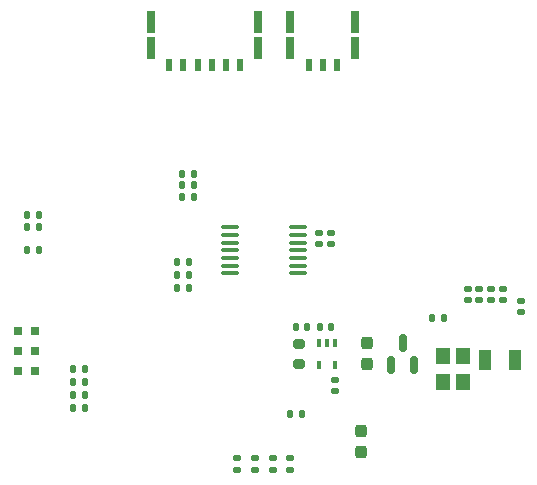
<source format=gbr>
%TF.GenerationSoftware,KiCad,Pcbnew,8.0.7*%
%TF.CreationDate,2025-04-07T22:13:35-04:00*%
%TF.ProjectId,motor-controller,6d6f746f-722d-4636-9f6e-74726f6c6c65,1*%
%TF.SameCoordinates,Original*%
%TF.FileFunction,Paste,Top*%
%TF.FilePolarity,Positive*%
%FSLAX46Y46*%
G04 Gerber Fmt 4.6, Leading zero omitted, Abs format (unit mm)*
G04 Created by KiCad (PCBNEW 8.0.7) date 2025-04-07 22:13:35*
%MOMM*%
%LPD*%
G01*
G04 APERTURE LIST*
G04 Aperture macros list*
%AMRoundRect*
0 Rectangle with rounded corners*
0 $1 Rounding radius*
0 $2 $3 $4 $5 $6 $7 $8 $9 X,Y pos of 4 corners*
0 Add a 4 corners polygon primitive as box body*
4,1,4,$2,$3,$4,$5,$6,$7,$8,$9,$2,$3,0*
0 Add four circle primitives for the rounded corners*
1,1,$1+$1,$2,$3*
1,1,$1+$1,$4,$5*
1,1,$1+$1,$6,$7*
1,1,$1+$1,$8,$9*
0 Add four rect primitives between the rounded corners*
20,1,$1+$1,$2,$3,$4,$5,0*
20,1,$1+$1,$4,$5,$6,$7,0*
20,1,$1+$1,$6,$7,$8,$9,0*
20,1,$1+$1,$8,$9,$2,$3,0*%
G04 Aperture macros list end*
%ADD10RoundRect,0.135000X0.185000X-0.135000X0.185000X0.135000X-0.185000X0.135000X-0.185000X-0.135000X0*%
%ADD11RoundRect,0.135000X-0.185000X0.135000X-0.185000X-0.135000X0.185000X-0.135000X0.185000X0.135000X0*%
%ADD12RoundRect,0.140000X0.170000X-0.140000X0.170000X0.140000X-0.170000X0.140000X-0.170000X-0.140000X0*%
%ADD13RoundRect,0.135000X0.135000X0.185000X-0.135000X0.185000X-0.135000X-0.185000X0.135000X-0.185000X0*%
%ADD14RoundRect,0.140000X0.140000X0.170000X-0.140000X0.170000X-0.140000X-0.170000X0.140000X-0.170000X0*%
%ADD15RoundRect,0.140000X-0.140000X-0.170000X0.140000X-0.170000X0.140000X0.170000X-0.140000X0.170000X0*%
%ADD16R,0.800000X0.800000*%
%ADD17R,1.200000X1.400000*%
%ADD18RoundRect,0.150000X0.150000X-0.587500X0.150000X0.587500X-0.150000X0.587500X-0.150000X-0.587500X0*%
%ADD19RoundRect,0.135000X-0.135000X-0.185000X0.135000X-0.185000X0.135000X0.185000X-0.135000X0.185000X0*%
%ADD20RoundRect,0.237500X0.237500X-0.287500X0.237500X0.287500X-0.237500X0.287500X-0.237500X-0.287500X0*%
%ADD21RoundRect,0.100000X-0.100000X0.225000X-0.100000X-0.225000X0.100000X-0.225000X0.100000X0.225000X0*%
%ADD22RoundRect,0.100000X-0.637500X-0.100000X0.637500X-0.100000X0.637500X0.100000X-0.637500X0.100000X0*%
%ADD23R,0.600000X1.100000*%
%ADD24R,0.700000X1.850000*%
%ADD25RoundRect,0.140000X-0.170000X0.140000X-0.170000X-0.140000X0.170000X-0.140000X0.170000X0.140000X0*%
%ADD26R,1.000000X1.800000*%
%ADD27RoundRect,0.200000X0.275000X-0.200000X0.275000X0.200000X-0.275000X0.200000X-0.275000X-0.200000X0*%
G04 APERTURE END LIST*
D10*
%TO.C,R35*%
X212250000Y-166609999D03*
X212250000Y-165590001D03*
%TD*%
D11*
%TO.C,R34*%
X210750000Y-165590001D03*
X210750000Y-166609999D03*
%TD*%
D12*
%TO.C,C13*%
X214700000Y-147480000D03*
X214700000Y-146520000D03*
%TD*%
D13*
%TO.C,R15*%
X194859999Y-160250000D03*
X193840001Y-160250000D03*
%TD*%
D14*
%TO.C,C5*%
X225230000Y-153750000D03*
X224270000Y-153750000D03*
%TD*%
D15*
%TO.C,C14*%
X214720000Y-154500000D03*
X215680000Y-154500000D03*
%TD*%
D10*
%TO.C,R20*%
X209250000Y-166609999D03*
X209250000Y-165590001D03*
%TD*%
D16*
%TO.C,D5*%
X189150000Y-154800000D03*
X190650000Y-154800000D03*
%TD*%
D12*
%TO.C,C21*%
X228250000Y-152230000D03*
X228250000Y-151270000D03*
%TD*%
D17*
%TO.C,Y2*%
X225150000Y-156900000D03*
X225150000Y-159100000D03*
X226850000Y-159100000D03*
X226850000Y-156900000D03*
%TD*%
D13*
%TO.C,R8*%
X194859999Y-161350000D03*
X193840001Y-161350000D03*
%TD*%
D18*
%TO.C,Q7*%
X220800000Y-157687500D03*
X222700000Y-157687500D03*
X221750000Y-155812500D03*
%TD*%
D14*
%TO.C,C17*%
X213680000Y-154500000D03*
X212720000Y-154500000D03*
%TD*%
D19*
%TO.C,R28*%
X203090001Y-142500000D03*
X204109999Y-142500000D03*
%TD*%
%TO.C,R40*%
X189940000Y-146000000D03*
X190960000Y-146000000D03*
%TD*%
%TO.C,R29*%
X203090001Y-143500000D03*
X204109999Y-143500000D03*
%TD*%
%TO.C,R31*%
X189940000Y-148000000D03*
X190960000Y-148000000D03*
%TD*%
D12*
%TO.C,C20*%
X227250000Y-152230000D03*
X227250000Y-151270000D03*
%TD*%
D20*
%TO.C,F3*%
X218250000Y-165074999D03*
X218250000Y-163325001D03*
%TD*%
D21*
%TO.C,U3*%
X216000000Y-155800000D03*
X215350000Y-155800001D03*
X214700000Y-155800000D03*
X214700000Y-157700000D03*
X216000000Y-157700000D03*
%TD*%
D16*
%TO.C,D3*%
X189150000Y-158200000D03*
X190650000Y-158200000D03*
%TD*%
D22*
%TO.C,U2*%
X207137500Y-146050000D03*
X207137500Y-146700000D03*
X207137500Y-147350000D03*
X207137500Y-148000000D03*
X207137500Y-148650000D03*
X207137500Y-149300000D03*
X207137500Y-149950000D03*
X212862500Y-149950000D03*
X212862500Y-149300000D03*
X212862500Y-148650000D03*
X212862500Y-148000000D03*
X212862500Y-147350000D03*
X212862500Y-146700000D03*
X212862500Y-146050000D03*
%TD*%
D16*
%TO.C,D4*%
X189150000Y-156500000D03*
X190650000Y-156500000D03*
%TD*%
D23*
%TO.C,J4*%
X202000000Y-132300000D03*
X203200000Y-132300000D03*
X204400000Y-132300000D03*
X205600000Y-132300000D03*
X206800000Y-132300000D03*
X208000000Y-132300000D03*
D24*
X200450000Y-128675000D03*
X200450000Y-130875000D03*
X209550000Y-128675000D03*
X209550000Y-130875000D03*
%TD*%
D12*
%TO.C,C12*%
X215700000Y-147480000D03*
X215700000Y-146520000D03*
%TD*%
D19*
%TO.C,R33*%
X202690001Y-151200000D03*
X203709999Y-151200000D03*
%TD*%
%TO.C,R41*%
X202690001Y-150100000D03*
X203709999Y-150100000D03*
%TD*%
%TO.C,R7*%
X193840001Y-158000000D03*
X194859999Y-158000000D03*
%TD*%
D25*
%TO.C,C15*%
X216000000Y-158970000D03*
X216000000Y-159930000D03*
%TD*%
D10*
%TO.C,R37*%
X207750000Y-166609999D03*
X207750000Y-165590001D03*
%TD*%
D13*
%TO.C,R32*%
X190959999Y-145000000D03*
X189940001Y-145000000D03*
%TD*%
D23*
%TO.C,J2*%
X213800000Y-132300000D03*
X215000000Y-132300000D03*
X216200000Y-132300000D03*
D24*
X212250000Y-128675000D03*
X212250000Y-130875000D03*
X217750000Y-128675000D03*
X217750000Y-130875000D03*
%TD*%
D25*
%TO.C,C3*%
X231750000Y-152270000D03*
X231750000Y-153230000D03*
%TD*%
D20*
%TO.C,F1*%
X218750000Y-157624999D03*
X218750000Y-155875001D03*
%TD*%
D12*
%TO.C,C19*%
X230250000Y-152230000D03*
X230250000Y-151270000D03*
%TD*%
D13*
%TO.C,R16*%
X194859999Y-159150000D03*
X193840001Y-159150000D03*
%TD*%
D19*
%TO.C,R42*%
X202690001Y-149000000D03*
X203709999Y-149000000D03*
%TD*%
%TO.C,R30*%
X203090001Y-141500000D03*
X204109999Y-141500000D03*
%TD*%
D26*
%TO.C,Y1*%
X228750001Y-157250000D03*
X231249999Y-157250000D03*
%TD*%
D27*
%TO.C,L1*%
X212950000Y-157575000D03*
X212950000Y-155925000D03*
%TD*%
D19*
%TO.C,R39*%
X212240001Y-161850000D03*
X213259999Y-161850000D03*
%TD*%
D12*
%TO.C,C18*%
X229250000Y-152230000D03*
X229250000Y-151270000D03*
%TD*%
M02*

</source>
